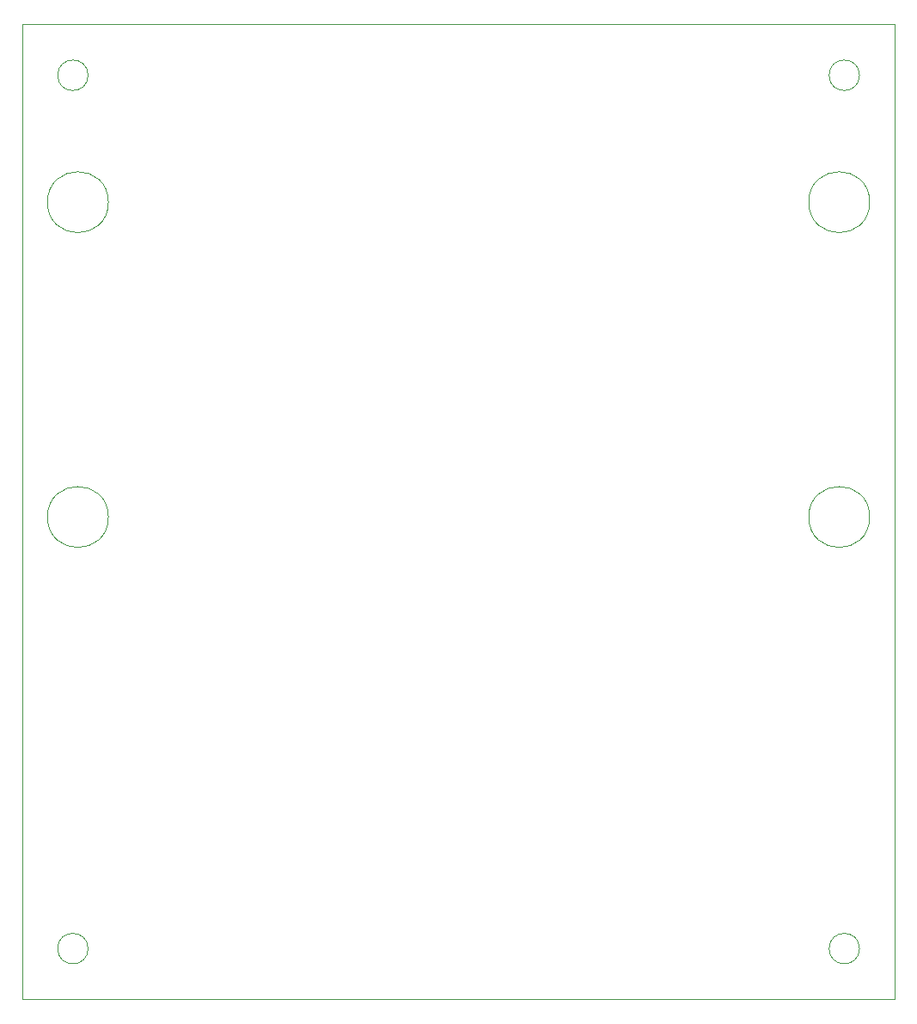
<source format=gm1>
G04 #@! TF.GenerationSoftware,KiCad,Pcbnew,9.0.2*
G04 #@! TF.CreationDate,2025-06-24T21:37:24-04:00*
G04 #@! TF.ProjectId,Shortywithdisplay,53686f72-7479-4776-9974-68646973706c,rev?*
G04 #@! TF.SameCoordinates,Original*
G04 #@! TF.FileFunction,Profile,NP*
%FSLAX46Y46*%
G04 Gerber Fmt 4.6, Leading zero omitted, Abs format (unit mm)*
G04 Created by KiCad (PCBNEW 9.0.2) date 2025-06-24 21:37:24*
%MOMM*%
%LPD*%
G01*
G04 APERTURE LIST*
G04 #@! TA.AperFunction,Profile*
%ADD10C,0.050000*%
G04 #@! TD*
G04 APERTURE END LIST*
D10*
X177000000Y-121000000D02*
G75*
G02*
X174000000Y-121000000I-1500000J0D01*
G01*
X174000000Y-121000000D02*
G75*
G02*
X177000000Y-121000000I1500000J0D01*
G01*
X101000000Y-35000000D02*
G75*
G02*
X98000000Y-35000000I-1500000J0D01*
G01*
X98000000Y-35000000D02*
G75*
G02*
X101000000Y-35000000I1500000J0D01*
G01*
X94500000Y-30000000D02*
X180500000Y-30000000D01*
X180500000Y-126000000D01*
X94500000Y-126000000D01*
X94500000Y-30000000D01*
X178000000Y-78500000D02*
G75*
G02*
X172000000Y-78500000I-3000000J0D01*
G01*
X172000000Y-78500000D02*
G75*
G02*
X178000000Y-78500000I3000000J0D01*
G01*
X177000000Y-35000000D02*
G75*
G02*
X174000000Y-35000000I-1500000J0D01*
G01*
X174000000Y-35000000D02*
G75*
G02*
X177000000Y-35000000I1500000J0D01*
G01*
X178000000Y-47500000D02*
G75*
G02*
X172000000Y-47500000I-3000000J0D01*
G01*
X172000000Y-47500000D02*
G75*
G02*
X178000000Y-47500000I3000000J0D01*
G01*
X103000000Y-47500000D02*
G75*
G02*
X97000000Y-47500000I-3000000J0D01*
G01*
X97000000Y-47500000D02*
G75*
G02*
X103000000Y-47500000I3000000J0D01*
G01*
X103000000Y-78500000D02*
G75*
G02*
X97000000Y-78500000I-3000000J0D01*
G01*
X97000000Y-78500000D02*
G75*
G02*
X103000000Y-78500000I3000000J0D01*
G01*
X101000000Y-121000000D02*
G75*
G02*
X98000000Y-121000000I-1500000J0D01*
G01*
X98000000Y-121000000D02*
G75*
G02*
X101000000Y-121000000I1500000J0D01*
G01*
M02*

</source>
